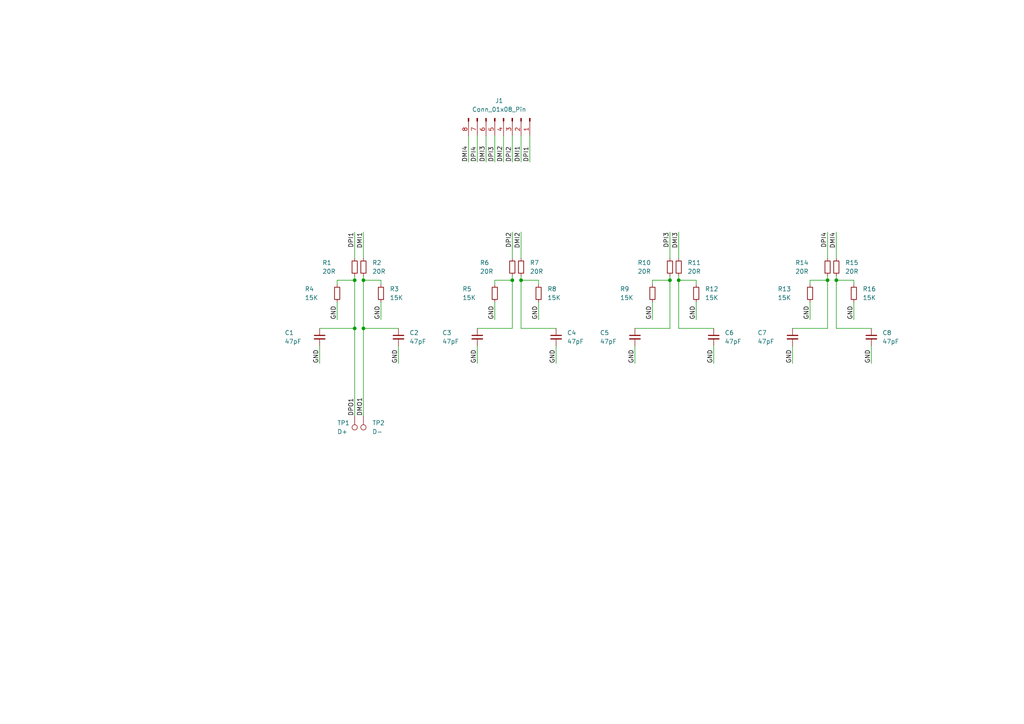
<source format=kicad_sch>
(kicad_sch
	(version 20240417)
	(generator "eeschema")
	(generator_version "8.99")
	(uuid "9d0eeb76-9705-44ec-b34e-ddbbde3a615e")
	(paper "A4")
	(lib_symbols
		(symbol "Connector:Conn_01x08_Pin"
			(pin_names
				(offset 1.016) hide)
			(exclude_from_sim no)
			(in_bom yes)
			(on_board yes)
			(property "Reference" "J"
				(at 0 10.16 0)
				(effects
					(font
						(size 1.27 1.27)
					)
				)
			)
			(property "Value" "Conn_01x08_Pin"
				(at 0 -12.7 0)
				(effects
					(font
						(size 1.27 1.27)
					)
				)
			)
			(property "Footprint" ""
				(at 0 0 0)
				(effects
					(font
						(size 1.27 1.27)
					)
					(hide yes)
				)
			)
			(property "Datasheet" "~"
				(at 0 0 0)
				(effects
					(font
						(size 1.27 1.27)
					)
					(hide yes)
				)
			)
			(property "Description" "Generic connector, single row, 01x08, script generated"
				(at 0 0 0)
				(effects
					(font
						(size 1.27 1.27)
					)
					(hide yes)
				)
			)
			(property "ki_locked" ""
				(at 0 0 0)
				(effects
					(font
						(size 1.27 1.27)
					)
				)
			)
			(property "ki_keywords" "connector"
				(at 0 0 0)
				(effects
					(font
						(size 1.27 1.27)
					)
					(hide yes)
				)
			)
			(property "ki_fp_filters" "Connector*:*_1x??_*"
				(at 0 0 0)
				(effects
					(font
						(size 1.27 1.27)
					)
					(hide yes)
				)
			)
			(symbol "Conn_01x08_Pin_1_1"
				(rectangle
					(start 0.8636 7.747)
					(end 0 7.493)
					(stroke
						(width 0.1524)
						(type default)
					)
					(fill
						(type outline)
					)
				)
				(rectangle
					(start 0.8636 5.207)
					(end 0 4.953)
					(stroke
						(width 0.1524)
						(type default)
					)
					(fill
						(type outline)
					)
				)
				(rectangle
					(start 0.8636 2.667)
					(end 0 2.413)
					(stroke
						(width 0.1524)
						(type default)
					)
					(fill
						(type outline)
					)
				)
				(rectangle
					(start 0.8636 0.127)
					(end 0 -0.127)
					(stroke
						(width 0.1524)
						(type default)
					)
					(fill
						(type outline)
					)
				)
				(rectangle
					(start 0.8636 -2.413)
					(end 0 -2.667)
					(stroke
						(width 0.1524)
						(type default)
					)
					(fill
						(type outline)
					)
				)
				(rectangle
					(start 0.8636 -4.953)
					(end 0 -5.207)
					(stroke
						(width 0.1524)
						(type default)
					)
					(fill
						(type outline)
					)
				)
				(rectangle
					(start 0.8636 -7.493)
					(end 0 -7.747)
					(stroke
						(width 0.1524)
						(type default)
					)
					(fill
						(type outline)
					)
				)
				(rectangle
					(start 0.8636 -10.033)
					(end 0 -10.287)
					(stroke
						(width 0.1524)
						(type default)
					)
					(fill
						(type outline)
					)
				)
				(polyline
					(pts
						(xy 1.27 7.62) (xy 0.8636 7.62)
					)
					(stroke
						(width 0.1524)
						(type default)
					)
					(fill
						(type none)
					)
				)
				(polyline
					(pts
						(xy 1.27 5.08) (xy 0.8636 5.08)
					)
					(stroke
						(width 0.1524)
						(type default)
					)
					(fill
						(type none)
					)
				)
				(polyline
					(pts
						(xy 1.27 2.54) (xy 0.8636 2.54)
					)
					(stroke
						(width 0.1524)
						(type default)
					)
					(fill
						(type none)
					)
				)
				(polyline
					(pts
						(xy 1.27 0) (xy 0.8636 0)
					)
					(stroke
						(width 0.1524)
						(type default)
					)
					(fill
						(type none)
					)
				)
				(polyline
					(pts
						(xy 1.27 -2.54) (xy 0.8636 -2.54)
					)
					(stroke
						(width 0.1524)
						(type default)
					)
					(fill
						(type none)
					)
				)
				(polyline
					(pts
						(xy 1.27 -5.08) (xy 0.8636 -5.08)
					)
					(stroke
						(width 0.1524)
						(type default)
					)
					(fill
						(type none)
					)
				)
				(polyline
					(pts
						(xy 1.27 -7.62) (xy 0.8636 -7.62)
					)
					(stroke
						(width 0.1524)
						(type default)
					)
					(fill
						(type none)
					)
				)
				(polyline
					(pts
						(xy 1.27 -10.16) (xy 0.8636 -10.16)
					)
					(stroke
						(width 0.1524)
						(type default)
					)
					(fill
						(type none)
					)
				)
				(pin passive line
					(at 5.08 7.62 180)
					(length 3.81)
					(name "Pin_1"
						(effects
							(font
								(size 1.27 1.27)
							)
						)
					)
					(number "1"
						(effects
							(font
								(size 1.27 1.27)
							)
						)
					)
				)
				(pin passive line
					(at 5.08 5.08 180)
					(length 3.81)
					(name "Pin_2"
						(effects
							(font
								(size 1.27 1.27)
							)
						)
					)
					(number "2"
						(effects
							(font
								(size 1.27 1.27)
							)
						)
					)
				)
				(pin passive line
					(at 5.08 2.54 180)
					(length 3.81)
					(name "Pin_3"
						(effects
							(font
								(size 1.27 1.27)
							)
						)
					)
					(number "3"
						(effects
							(font
								(size 1.27 1.27)
							)
						)
					)
				)
				(pin passive line
					(at 5.08 0 180)
					(length 3.81)
					(name "Pin_4"
						(effects
							(font
								(size 1.27 1.27)
							)
						)
					)
					(number "4"
						(effects
							(font
								(size 1.27 1.27)
							)
						)
					)
				)
				(pin passive line
					(at 5.08 -2.54 180)
					(length 3.81)
					(name "Pin_5"
						(effects
							(font
								(size 1.27 1.27)
							)
						)
					)
					(number "5"
						(effects
							(font
								(size 1.27 1.27)
							)
						)
					)
				)
				(pin passive line
					(at 5.08 -5.08 180)
					(length 3.81)
					(name "Pin_6"
						(effects
							(font
								(size 1.27 1.27)
							)
						)
					)
					(number "6"
						(effects
							(font
								(size 1.27 1.27)
							)
						)
					)
				)
				(pin passive line
					(at 5.08 -7.62 180)
					(length 3.81)
					(name "Pin_7"
						(effects
							(font
								(size 1.27 1.27)
							)
						)
					)
					(number "7"
						(effects
							(font
								(size 1.27 1.27)
							)
						)
					)
				)
				(pin passive line
					(at 5.08 -10.16 180)
					(length 3.81)
					(name "Pin_8"
						(effects
							(font
								(size 1.27 1.27)
							)
						)
					)
					(number "8"
						(effects
							(font
								(size 1.27 1.27)
							)
						)
					)
				)
			)
		)
		(symbol "Connector:TestPoint"
			(pin_numbers hide)
			(pin_names
				(offset 0.762) hide)
			(exclude_from_sim no)
			(in_bom yes)
			(on_board yes)
			(property "Reference" "TP"
				(at 0 6.858 0)
				(effects
					(font
						(size 1.27 1.27)
					)
				)
			)
			(property "Value" "TestPoint"
				(at 0 5.08 0)
				(effects
					(font
						(size 1.27 1.27)
					)
				)
			)
			(property "Footprint" ""
				(at 5.08 0 0)
				(effects
					(font
						(size 1.27 1.27)
					)
					(hide yes)
				)
			)
			(property "Datasheet" "~"
				(at 5.08 0 0)
				(effects
					(font
						(size 1.27 1.27)
					)
					(hide yes)
				)
			)
			(property "Description" "test point"
				(at 0 0 0)
				(effects
					(font
						(size 1.27 1.27)
					)
					(hide yes)
				)
			)
			(property "ki_keywords" "test point tp"
				(at 0 0 0)
				(effects
					(font
						(size 1.27 1.27)
					)
					(hide yes)
				)
			)
			(property "ki_fp_filters" "Pin* Test*"
				(at 0 0 0)
				(effects
					(font
						(size 1.27 1.27)
					)
					(hide yes)
				)
			)
			(symbol "TestPoint_0_1"
				(circle
					(center 0 3.302)
					(radius 0.762)
					(stroke
						(width 0)
						(type default)
					)
					(fill
						(type none)
					)
				)
			)
			(symbol "TestPoint_1_1"
				(pin passive line
					(at 0 0 90)
					(length 2.54)
					(name "1"
						(effects
							(font
								(size 1.27 1.27)
							)
						)
					)
					(number "1"
						(effects
							(font
								(size 1.27 1.27)
							)
						)
					)
				)
			)
		)
		(symbol "Device:C_Small"
			(pin_numbers hide)
			(pin_names
				(offset 0.254) hide)
			(exclude_from_sim no)
			(in_bom yes)
			(on_board yes)
			(property "Reference" "C"
				(at 0.254 1.778 0)
				(effects
					(font
						(size 1.27 1.27)
					)
					(justify left)
				)
			)
			(property "Value" "C_Small"
				(at 0.254 -2.032 0)
				(effects
					(font
						(size 1.27 1.27)
					)
					(justify left)
				)
			)
			(property "Footprint" ""
				(at 0 0 0)
				(effects
					(font
						(size 1.27 1.27)
					)
					(hide yes)
				)
			)
			(property "Datasheet" "~"
				(at 0 0 0)
				(effects
					(font
						(size 1.27 1.27)
					)
					(hide yes)
				)
			)
			(property "Description" "Unpolarized capacitor, small symbol"
				(at 0 0 0)
				(effects
					(font
						(size 1.27 1.27)
					)
					(hide yes)
				)
			)
			(property "ki_keywords" "capacitor cap"
				(at 0 0 0)
				(effects
					(font
						(size 1.27 1.27)
					)
					(hide yes)
				)
			)
			(property "ki_fp_filters" "C_*"
				(at 0 0 0)
				(effects
					(font
						(size 1.27 1.27)
					)
					(hide yes)
				)
			)
			(symbol "C_Small_0_1"
				(polyline
					(pts
						(xy -1.524 0.508) (xy 1.524 0.508)
					)
					(stroke
						(width 0.3048)
						(type default)
					)
					(fill
						(type none)
					)
				)
				(polyline
					(pts
						(xy -1.524 -0.508) (xy 1.524 -0.508)
					)
					(stroke
						(width 0.3302)
						(type default)
					)
					(fill
						(type none)
					)
				)
			)
			(symbol "C_Small_1_1"
				(pin passive line
					(at 0 2.54 270)
					(length 2.032)
					(name "~"
						(effects
							(font
								(size 1.27 1.27)
							)
						)
					)
					(number "1"
						(effects
							(font
								(size 1.27 1.27)
							)
						)
					)
				)
				(pin passive line
					(at 0 -2.54 90)
					(length 2.032)
					(name "~"
						(effects
							(font
								(size 1.27 1.27)
							)
						)
					)
					(number "2"
						(effects
							(font
								(size 1.27 1.27)
							)
						)
					)
				)
			)
		)
		(symbol "Device:R_Small"
			(pin_numbers hide)
			(pin_names
				(offset 0.254) hide)
			(exclude_from_sim no)
			(in_bom yes)
			(on_board yes)
			(property "Reference" "R"
				(at 0.762 0.508 0)
				(effects
					(font
						(size 1.27 1.27)
					)
					(justify left)
				)
			)
			(property "Value" "R_Small"
				(at 0.762 -1.016 0)
				(effects
					(font
						(size 1.27 1.27)
					)
					(justify left)
				)
			)
			(property "Footprint" ""
				(at 0 0 0)
				(effects
					(font
						(size 1.27 1.27)
					)
					(hide yes)
				)
			)
			(property "Datasheet" "~"
				(at 0 0 0)
				(effects
					(font
						(size 1.27 1.27)
					)
					(hide yes)
				)
			)
			(property "Description" "Resistor, small symbol"
				(at 0 0 0)
				(effects
					(font
						(size 1.27 1.27)
					)
					(hide yes)
				)
			)
			(property "ki_keywords" "R resistor"
				(at 0 0 0)
				(effects
					(font
						(size 1.27 1.27)
					)
					(hide yes)
				)
			)
			(property "ki_fp_filters" "R_*"
				(at 0 0 0)
				(effects
					(font
						(size 1.27 1.27)
					)
					(hide yes)
				)
			)
			(symbol "R_Small_0_1"
				(rectangle
					(start -0.762 1.778)
					(end 0.762 -1.778)
					(stroke
						(width 0.2032)
						(type default)
					)
					(fill
						(type none)
					)
				)
			)
			(symbol "R_Small_1_1"
				(pin passive line
					(at 0 2.54 270)
					(length 0.762)
					(name "~"
						(effects
							(font
								(size 1.27 1.27)
							)
						)
					)
					(number "1"
						(effects
							(font
								(size 1.27 1.27)
							)
						)
					)
				)
				(pin passive line
					(at 0 -2.54 90)
					(length 0.762)
					(name "~"
						(effects
							(font
								(size 1.27 1.27)
							)
						)
					)
					(number "2"
						(effects
							(font
								(size 1.27 1.27)
							)
						)
					)
				)
			)
		)
	)
	(junction
		(at 196.85 81.28)
		(diameter 0)
		(color 0 0 0 0)
		(uuid "5f26dfe6-90d7-4786-8498-557c0486d7d6")
	)
	(junction
		(at 194.31 81.28)
		(diameter 0)
		(color 0 0 0 0)
		(uuid "6a75116a-f646-4218-b307-4143ab84b9cd")
	)
	(junction
		(at 102.87 81.28)
		(diameter 0)
		(color 0 0 0 0)
		(uuid "73ab6046-26cc-45a5-a4a8-4751595e85f3")
	)
	(junction
		(at 240.03 81.28)
		(diameter 0)
		(color 0 0 0 0)
		(uuid "a065f91e-a4b0-4852-876f-0488bc2a07b4")
	)
	(junction
		(at 151.13 81.28)
		(diameter 0)
		(color 0 0 0 0)
		(uuid "a122d1f4-361d-4fee-bfa9-e129b80e2303")
	)
	(junction
		(at 105.41 95.25)
		(diameter 0)
		(color 0 0 0 0)
		(uuid "af38c6de-a9f9-4d4e-9f79-068ffee70b7a")
	)
	(junction
		(at 242.57 81.28)
		(diameter 0)
		(color 0 0 0 0)
		(uuid "b7af44c4-208d-4f26-925c-d27555f1210c")
	)
	(junction
		(at 102.87 95.25)
		(diameter 0)
		(color 0 0 0 0)
		(uuid "bc57369a-20a1-4db1-aac6-9c68d215ea66")
	)
	(junction
		(at 105.41 81.28)
		(diameter 0)
		(color 0 0 0 0)
		(uuid "d30ee1f9-b982-4da4-a8a7-11b800fe449a")
	)
	(junction
		(at 148.59 81.28)
		(diameter 0)
		(color 0 0 0 0)
		(uuid "dd341de1-06a2-48cb-9596-25b9bf785157")
	)
	(wire
		(pts
			(xy 242.57 67.31) (xy 242.57 74.93)
		)
		(stroke
			(width 0)
			(type default)
		)
		(uuid "013fb1af-c85d-4333-9529-445d32f907ba")
	)
	(wire
		(pts
			(xy 148.59 80.01) (xy 148.59 81.28)
		)
		(stroke
			(width 0)
			(type default)
		)
		(uuid "04dd8429-3de9-4c61-9888-ea9a8785f1e6")
	)
	(wire
		(pts
			(xy 115.57 95.25) (xy 105.41 95.25)
		)
		(stroke
			(width 0)
			(type default)
		)
		(uuid "0597b91c-4bc0-4f7e-85a7-b50184b4c4d6")
	)
	(wire
		(pts
			(xy 135.89 46.99) (xy 135.89 39.37)
		)
		(stroke
			(width 0)
			(type default)
		)
		(uuid "05f8cd04-d52c-4ff1-8a69-1c706d50087d")
	)
	(wire
		(pts
			(xy 242.57 81.28) (xy 242.57 95.25)
		)
		(stroke
			(width 0)
			(type default)
		)
		(uuid "062d85b7-9518-46b9-9a46-5eb2f2075c9b")
	)
	(wire
		(pts
			(xy 240.03 81.28) (xy 240.03 95.25)
		)
		(stroke
			(width 0)
			(type default)
		)
		(uuid "070d2d95-9b58-4dc3-aebd-b01585196d3c")
	)
	(wire
		(pts
			(xy 196.85 80.01) (xy 196.85 81.28)
		)
		(stroke
			(width 0)
			(type default)
		)
		(uuid "0e4374b6-ce4c-42a6-b201-9b52f2867e75")
	)
	(wire
		(pts
			(xy 196.85 81.28) (xy 196.85 95.25)
		)
		(stroke
			(width 0)
			(type default)
		)
		(uuid "1e06dde1-d885-4e6f-8630-5de231fcdb43")
	)
	(wire
		(pts
			(xy 229.87 95.25) (xy 240.03 95.25)
		)
		(stroke
			(width 0)
			(type default)
		)
		(uuid "1f71c436-947a-44d4-bbe1-dd21d318cdbd")
	)
	(wire
		(pts
			(xy 161.29 95.25) (xy 151.13 95.25)
		)
		(stroke
			(width 0)
			(type default)
		)
		(uuid "24d4bb91-9da1-4ed8-9d39-58fa794f7542")
	)
	(wire
		(pts
			(xy 207.01 95.25) (xy 196.85 95.25)
		)
		(stroke
			(width 0)
			(type default)
		)
		(uuid "2732b3e5-a24b-4f64-895f-da794e81ba44")
	)
	(wire
		(pts
			(xy 143.51 46.99) (xy 143.51 39.37)
		)
		(stroke
			(width 0)
			(type default)
		)
		(uuid "3179a68e-abe7-4351-bb57-af883708eafa")
	)
	(wire
		(pts
			(xy 184.15 95.25) (xy 194.31 95.25)
		)
		(stroke
			(width 0)
			(type default)
		)
		(uuid "35cc5148-9f54-4ac2-bebf-412ee29ecc61")
	)
	(wire
		(pts
			(xy 156.21 81.28) (xy 151.13 81.28)
		)
		(stroke
			(width 0)
			(type default)
		)
		(uuid "3adf52d7-9e44-41ba-9881-b796c9b98acd")
	)
	(wire
		(pts
			(xy 92.71 95.25) (xy 102.87 95.25)
		)
		(stroke
			(width 0)
			(type default)
		)
		(uuid "4342222e-9193-41c0-8dd9-bbface698469")
	)
	(wire
		(pts
			(xy 110.49 81.28) (xy 105.41 81.28)
		)
		(stroke
			(width 0)
			(type default)
		)
		(uuid "474463d0-b196-4fb3-b0ee-d2fe6d76d3a1")
	)
	(wire
		(pts
			(xy 184.15 100.33) (xy 184.15 105.41)
		)
		(stroke
			(width 0)
			(type default)
		)
		(uuid "48158ff0-ff78-4970-b9c7-b6c7b432f0a7")
	)
	(wire
		(pts
			(xy 143.51 87.63) (xy 143.51 92.71)
		)
		(stroke
			(width 0)
			(type default)
		)
		(uuid "48956745-d4a0-47e5-a144-e557f8e37d2b")
	)
	(wire
		(pts
			(xy 189.23 82.55) (xy 189.23 81.28)
		)
		(stroke
			(width 0)
			(type default)
		)
		(uuid "4ae91219-6fa7-4967-b093-9fbd11ada953")
	)
	(wire
		(pts
			(xy 102.87 95.25) (xy 102.87 120.65)
		)
		(stroke
			(width 0)
			(type default)
		)
		(uuid "4b38c4b6-25dd-47b2-a0ba-b4d929ce34e3")
	)
	(wire
		(pts
			(xy 201.93 81.28) (xy 196.85 81.28)
		)
		(stroke
			(width 0)
			(type default)
		)
		(uuid "4b7561ec-b782-457f-a5ce-a92d908bf45d")
	)
	(wire
		(pts
			(xy 234.95 82.55) (xy 234.95 81.28)
		)
		(stroke
			(width 0)
			(type default)
		)
		(uuid "5235ccca-e8cc-46f5-886c-2e1f7fa237dd")
	)
	(wire
		(pts
			(xy 247.65 87.63) (xy 247.65 92.71)
		)
		(stroke
			(width 0)
			(type default)
		)
		(uuid "583b07c2-b018-42ad-9ab0-3778b7684e92")
	)
	(wire
		(pts
			(xy 97.79 82.55) (xy 97.79 81.28)
		)
		(stroke
			(width 0)
			(type default)
		)
		(uuid "5aa6d265-9183-42d0-8694-2e75116c5d2b")
	)
	(wire
		(pts
			(xy 151.13 80.01) (xy 151.13 81.28)
		)
		(stroke
			(width 0)
			(type default)
		)
		(uuid "600fb6c9-feb4-4827-812f-09dd96475092")
	)
	(wire
		(pts
			(xy 97.79 87.63) (xy 97.79 92.71)
		)
		(stroke
			(width 0)
			(type default)
		)
		(uuid "66c03f5d-99a4-4b1d-9e5e-6fe77ffc1745")
	)
	(wire
		(pts
			(xy 102.87 67.31) (xy 102.87 74.93)
		)
		(stroke
			(width 0)
			(type default)
		)
		(uuid "68beff33-e607-4136-95e2-4b61228f9a52")
	)
	(wire
		(pts
			(xy 97.79 81.28) (xy 102.87 81.28)
		)
		(stroke
			(width 0)
			(type default)
		)
		(uuid "69a8601d-0bab-44e9-a5e3-b383eab596ba")
	)
	(wire
		(pts
			(xy 105.41 95.25) (xy 105.41 120.65)
		)
		(stroke
			(width 0)
			(type default)
		)
		(uuid "6a68d43f-4bae-4bd9-bfe3-26a7f3c9c2f0")
	)
	(wire
		(pts
			(xy 207.01 100.33) (xy 207.01 105.41)
		)
		(stroke
			(width 0)
			(type default)
		)
		(uuid "6f8e32cb-a77a-44e0-9691-3196d7003528")
	)
	(wire
		(pts
			(xy 151.13 46.99) (xy 151.13 39.37)
		)
		(stroke
			(width 0)
			(type default)
		)
		(uuid "725f67d8-e0c6-4f05-82c7-0b662b13ac16")
	)
	(wire
		(pts
			(xy 110.49 82.55) (xy 110.49 81.28)
		)
		(stroke
			(width 0)
			(type default)
		)
		(uuid "766fdf4b-64a1-4848-a97c-8622ed1fda7b")
	)
	(wire
		(pts
			(xy 153.67 46.99) (xy 153.67 39.37)
		)
		(stroke
			(width 0)
			(type default)
		)
		(uuid "7b5e1811-6eb0-4a28-b230-1fa5c772d14d")
	)
	(wire
		(pts
			(xy 247.65 82.55) (xy 247.65 81.28)
		)
		(stroke
			(width 0)
			(type default)
		)
		(uuid "83cb0925-5aea-4d76-8f68-e7d083a7228a")
	)
	(wire
		(pts
			(xy 105.41 81.28) (xy 105.41 95.25)
		)
		(stroke
			(width 0)
			(type default)
		)
		(uuid "8898e590-1142-40c0-b0e8-f039c1579510")
	)
	(wire
		(pts
			(xy 240.03 80.01) (xy 240.03 81.28)
		)
		(stroke
			(width 0)
			(type default)
		)
		(uuid "8fc42483-7c7e-4029-98ca-daa8dd6f4606")
	)
	(wire
		(pts
			(xy 92.71 100.33) (xy 92.71 105.41)
		)
		(stroke
			(width 0)
			(type default)
		)
		(uuid "9002519b-c276-4ff8-88c6-44a733c18482")
	)
	(wire
		(pts
			(xy 194.31 67.31) (xy 194.31 74.93)
		)
		(stroke
			(width 0)
			(type default)
		)
		(uuid "951584aa-17bf-497a-8a88-12aee5285070")
	)
	(wire
		(pts
			(xy 148.59 81.28) (xy 148.59 95.25)
		)
		(stroke
			(width 0)
			(type default)
		)
		(uuid "95d02c8b-9e29-4e41-8cb4-e89ccb66c927")
	)
	(wire
		(pts
			(xy 161.29 100.33) (xy 161.29 105.41)
		)
		(stroke
			(width 0)
			(type default)
		)
		(uuid "964f3ae5-9352-48eb-9dd3-c3277e6eb6d1")
	)
	(wire
		(pts
			(xy 234.95 81.28) (xy 240.03 81.28)
		)
		(stroke
			(width 0)
			(type default)
		)
		(uuid "97651135-a2ea-4cb5-b753-8e962c59b7e4")
	)
	(wire
		(pts
			(xy 138.43 46.99) (xy 138.43 39.37)
		)
		(stroke
			(width 0)
			(type default)
		)
		(uuid "9c0e7022-61ba-44b9-9b14-865d82cefd76")
	)
	(wire
		(pts
			(xy 138.43 95.25) (xy 148.59 95.25)
		)
		(stroke
			(width 0)
			(type default)
		)
		(uuid "9d05393a-a2ac-4f09-8348-a4e49523afb0")
	)
	(wire
		(pts
			(xy 189.23 87.63) (xy 189.23 92.71)
		)
		(stroke
			(width 0)
			(type default)
		)
		(uuid "9e739f19-20c3-49fa-9c28-5c142f4e715c")
	)
	(wire
		(pts
			(xy 105.41 67.31) (xy 105.41 74.93)
		)
		(stroke
			(width 0)
			(type default)
		)
		(uuid "a651976e-02c4-4364-a3dd-1a53541aaf7e")
	)
	(wire
		(pts
			(xy 151.13 81.28) (xy 151.13 95.25)
		)
		(stroke
			(width 0)
			(type default)
		)
		(uuid "a93989d0-45cd-4343-ae21-a7fdc3cdf264")
	)
	(wire
		(pts
			(xy 201.93 82.55) (xy 201.93 81.28)
		)
		(stroke
			(width 0)
			(type default)
		)
		(uuid "ac0dd3bc-cb13-4902-ac95-381a9939f0e7")
	)
	(wire
		(pts
			(xy 146.05 46.99) (xy 146.05 39.37)
		)
		(stroke
			(width 0)
			(type default)
		)
		(uuid "aed6731f-2d97-4e0a-b426-b4a7fdfa6974")
	)
	(wire
		(pts
			(xy 252.73 100.33) (xy 252.73 105.41)
		)
		(stroke
			(width 0)
			(type default)
		)
		(uuid "b5a4ddf4-6f48-4f12-911b-88d74ed3555a")
	)
	(wire
		(pts
			(xy 194.31 81.28) (xy 194.31 95.25)
		)
		(stroke
			(width 0)
			(type default)
		)
		(uuid "b5e7d180-f822-47b4-9c96-e31f31ce0e63")
	)
	(wire
		(pts
			(xy 102.87 80.01) (xy 102.87 81.28)
		)
		(stroke
			(width 0)
			(type default)
		)
		(uuid "ba3df521-4de3-4a27-84be-9ee1404094e5")
	)
	(wire
		(pts
			(xy 140.97 46.99) (xy 140.97 39.37)
		)
		(stroke
			(width 0)
			(type default)
		)
		(uuid "babe0dff-0f71-4945-a5ce-6fdb73e6908c")
	)
	(wire
		(pts
			(xy 189.23 81.28) (xy 194.31 81.28)
		)
		(stroke
			(width 0)
			(type default)
		)
		(uuid "bd3f1b11-2807-49ab-9194-0aad670c08f7")
	)
	(wire
		(pts
			(xy 229.87 100.33) (xy 229.87 105.41)
		)
		(stroke
			(width 0)
			(type default)
		)
		(uuid "c04b309f-ca5d-42ed-afe0-a1b42f344759")
	)
	(wire
		(pts
			(xy 156.21 82.55) (xy 156.21 81.28)
		)
		(stroke
			(width 0)
			(type default)
		)
		(uuid "c1712108-3789-4272-bb38-f34b90706e6e")
	)
	(wire
		(pts
			(xy 105.41 80.01) (xy 105.41 81.28)
		)
		(stroke
			(width 0)
			(type default)
		)
		(uuid "c2d4a99c-f9f5-4820-9b5b-106423dfeae9")
	)
	(wire
		(pts
			(xy 148.59 67.31) (xy 148.59 74.93)
		)
		(stroke
			(width 0)
			(type default)
		)
		(uuid "c61199c7-e009-4fdd-bdf9-abc34f21d452")
	)
	(wire
		(pts
			(xy 194.31 80.01) (xy 194.31 81.28)
		)
		(stroke
			(width 0)
			(type default)
		)
		(uuid "c7a01b0e-2ac9-48a1-bc36-5456ecf048f5")
	)
	(wire
		(pts
			(xy 201.93 87.63) (xy 201.93 92.71)
		)
		(stroke
			(width 0)
			(type default)
		)
		(uuid "ca8ceebd-d72a-466a-9904-b325ab48a3b1")
	)
	(wire
		(pts
			(xy 143.51 81.28) (xy 148.59 81.28)
		)
		(stroke
			(width 0)
			(type default)
		)
		(uuid "ca97b4f0-f5aa-4cd6-89d5-cf157925f5f2")
	)
	(wire
		(pts
			(xy 143.51 82.55) (xy 143.51 81.28)
		)
		(stroke
			(width 0)
			(type default)
		)
		(uuid "ce887f47-f1be-4c38-b099-d2a1d9f80edc")
	)
	(wire
		(pts
			(xy 102.87 81.28) (xy 102.87 95.25)
		)
		(stroke
			(width 0)
			(type default)
		)
		(uuid "d1c7cee0-13c4-493a-b90b-074f58dc99a1")
	)
	(wire
		(pts
			(xy 156.21 87.63) (xy 156.21 92.71)
		)
		(stroke
			(width 0)
			(type default)
		)
		(uuid "d470cc6a-19e2-4051-837c-0455a4159cf7")
	)
	(wire
		(pts
			(xy 196.85 67.31) (xy 196.85 74.93)
		)
		(stroke
			(width 0)
			(type default)
		)
		(uuid "d47b2d5d-a781-42c0-945c-5d9cc0afcb77")
	)
	(wire
		(pts
			(xy 252.73 95.25) (xy 242.57 95.25)
		)
		(stroke
			(width 0)
			(type default)
		)
		(uuid "d6768115-645a-4415-86da-3fd5ead1a450")
	)
	(wire
		(pts
			(xy 234.95 87.63) (xy 234.95 92.71)
		)
		(stroke
			(width 0)
			(type default)
		)
		(uuid "debca466-b607-4e8e-8dbf-8dee5f1007cb")
	)
	(wire
		(pts
			(xy 151.13 67.31) (xy 151.13 74.93)
		)
		(stroke
			(width 0)
			(type default)
		)
		(uuid "e7df3013-d63c-4084-b979-b11a1246e7a2")
	)
	(wire
		(pts
			(xy 115.57 100.33) (xy 115.57 105.41)
		)
		(stroke
			(width 0)
			(type default)
		)
		(uuid "e84ba068-9347-4dd7-b031-7e432d8290f3")
	)
	(wire
		(pts
			(xy 138.43 100.33) (xy 138.43 105.41)
		)
		(stroke
			(width 0)
			(type default)
		)
		(uuid "ee4ecf2d-ace7-42ae-9b69-e60c03af4847")
	)
	(wire
		(pts
			(xy 240.03 67.31) (xy 240.03 74.93)
		)
		(stroke
			(width 0)
			(type default)
		)
		(uuid "f14201a2-5f75-441c-b03a-567e605dd050")
	)
	(wire
		(pts
			(xy 148.59 46.99) (xy 148.59 39.37)
		)
		(stroke
			(width 0)
			(type default)
		)
		(uuid "f434cd1f-831d-47da-8d67-e8181fab005c")
	)
	(wire
		(pts
			(xy 247.65 81.28) (xy 242.57 81.28)
		)
		(stroke
			(width 0)
			(type default)
		)
		(uuid "f9a3ec50-08da-4993-ab19-1b29daffdb51")
	)
	(wire
		(pts
			(xy 110.49 87.63) (xy 110.49 92.71)
		)
		(stroke
			(width 0)
			(type default)
		)
		(uuid "f9e2fe27-2aad-4e82-a291-298039007b62")
	)
	(wire
		(pts
			(xy 242.57 80.01) (xy 242.57 81.28)
		)
		(stroke
			(width 0)
			(type default)
		)
		(uuid "fcbede69-9dcd-4db2-b1d9-56c21806ea9d")
	)
	(label "GND"
		(at 156.21 92.71 90)
		(fields_autoplaced yes)
		(effects
			(font
				(size 1.27 1.27)
			)
			(justify left bottom)
		)
		(uuid "0e840aae-c38c-4e61-a67f-8da06766bdc4")
	)
	(label "GND"
		(at 138.43 105.41 90)
		(fields_autoplaced yes)
		(effects
			(font
				(size 1.27 1.27)
			)
			(justify left bottom)
		)
		(uuid "13b5c463-4b29-435c-b02a-fd93f57827aa")
	)
	(label "GND"
		(at 110.49 92.71 90)
		(fields_autoplaced yes)
		(effects
			(font
				(size 1.27 1.27)
			)
			(justify left bottom)
		)
		(uuid "1dfa37d9-723c-41d2-9e2a-c20a8eda1bda")
	)
	(label "GND"
		(at 229.87 105.41 90)
		(fields_autoplaced yes)
		(effects
			(font
				(size 1.27 1.27)
			)
			(justify left bottom)
		)
		(uuid "26338a16-4ad4-4ae6-b173-a5761e0fca76")
	)
	(label "GND"
		(at 184.15 105.41 90)
		(fields_autoplaced yes)
		(effects
			(font
				(size 1.27 1.27)
			)
			(justify left bottom)
		)
		(uuid "27f12b5a-2b1c-4444-8c65-3ffda2c3c1f3")
	)
	(label "DPI4"
		(at 240.03 67.31 270)
		(fields_autoplaced yes)
		(effects
			(font
				(size 1.27 1.27)
			)
			(justify right bottom)
		)
		(uuid "2d103c8b-cedf-4603-b97b-226828c0bb20")
	)
	(label "DPI3"
		(at 194.31 67.31 270)
		(fields_autoplaced yes)
		(effects
			(font
				(size 1.27 1.27)
			)
			(justify right bottom)
		)
		(uuid "2e398f3b-3947-4552-8959-c37f32842d1b")
	)
	(label "GND"
		(at 161.29 105.41 90)
		(fields_autoplaced yes)
		(effects
			(font
				(size 1.27 1.27)
			)
			(justify left bottom)
		)
		(uuid "3b9ab3e9-460d-4e95-90ac-084466afcd49")
	)
	(label "DMI3"
		(at 140.97 46.99 90)
		(fields_autoplaced yes)
		(effects
			(font
				(size 1.27 1.27)
			)
			(justify left bottom)
		)
		(uuid "42e1c2b6-182b-4910-84e9-08331862ac2b")
	)
	(label "DMI4"
		(at 135.89 46.99 90)
		(fields_autoplaced yes)
		(effects
			(font
				(size 1.27 1.27)
			)
			(justify left bottom)
		)
		(uuid "585d9ed2-3e7e-4500-9914-6dea9b627d2f")
	)
	(label "DMI2"
		(at 151.13 67.31 270)
		(fields_autoplaced yes)
		(effects
			(font
				(size 1.27 1.27)
			)
			(justify right bottom)
		)
		(uuid "591a574b-f458-4d80-920f-da2624e9d090")
	)
	(label "DPI2"
		(at 148.59 46.99 90)
		(fields_autoplaced yes)
		(effects
			(font
				(size 1.27 1.27)
			)
			(justify left bottom)
		)
		(uuid "63adf884-46b7-4f09-ae18-cdf34a000e7a")
	)
	(label "GND"
		(at 252.73 105.41 90)
		(fields_autoplaced yes)
		(effects
			(font
				(size 1.27 1.27)
			)
			(justify left bottom)
		)
		(uuid "6bdcdf1d-e253-4316-aa02-2c669931be73")
	)
	(label "GND"
		(at 97.79 92.71 90)
		(fields_autoplaced yes)
		(effects
			(font
				(size 1.27 1.27)
			)
			(justify left bottom)
		)
		(uuid "6da977d5-5ff8-45d1-a055-2faa2028b80f")
	)
	(label "DPI1"
		(at 102.87 67.31 270)
		(fields_autoplaced yes)
		(effects
			(font
				(size 1.27 1.27)
			)
			(justify right bottom)
		)
		(uuid "6e4ae600-678e-47f4-b986-8bbc674166ff")
	)
	(label "GND"
		(at 201.93 92.71 90)
		(fields_autoplaced yes)
		(effects
			(font
				(size 1.27 1.27)
			)
			(justify left bottom)
		)
		(uuid "71f7bc77-1319-4149-aa1e-c75e944887c9")
	)
	(label "DMO1"
		(at 105.41 120.65 90)
		(fields_autoplaced yes)
		(effects
			(font
				(size 1.27 1.27)
			)
			(justify left bottom)
		)
		(uuid "7c1744eb-ee8f-48a6-8a5e-a9719ba6e2b9")
	)
	(label "DMI2"
		(at 146.05 46.99 90)
		(fields_autoplaced yes)
		(effects
			(font
				(size 1.27 1.27)
			)
			(justify left bottom)
		)
		(uuid "8301e970-b393-4de6-8bc4-ebb93d4f2bc5")
	)
	(label "DMI1"
		(at 151.13 46.99 90)
		(fields_autoplaced yes)
		(effects
			(font
				(size 1.27 1.27)
			)
			(justify left bottom)
		)
		(uuid "85d94076-dbea-4f2a-9747-412bf2fcc208")
	)
	(label "DPI3"
		(at 143.51 46.99 90)
		(fields_autoplaced yes)
		(effects
			(font
				(size 1.27 1.27)
			)
			(justify left bottom)
		)
		(uuid "8ec78f57-e785-400b-a8e9-7bc1f2b334df")
	)
	(label "DMI4"
		(at 242.57 67.31 270)
		(fields_autoplaced yes)
		(effects
			(font
				(size 1.27 1.27)
			)
			(justify right bottom)
		)
		(uuid "9a5d07fd-c0c0-44b6-a426-d2262a900051")
	)
	(label "GND"
		(at 207.01 105.41 90)
		(fields_autoplaced yes)
		(effects
			(font
				(size 1.27 1.27)
			)
			(justify left bottom)
		)
		(uuid "a3c72af9-7129-4692-aa6d-3e98309d1eca")
	)
	(label "GND"
		(at 143.51 92.71 90)
		(fields_autoplaced yes)
		(effects
			(font
				(size 1.27 1.27)
			)
			(justify left bottom)
		)
		(uuid "a78d9607-b5ac-4584-96d8-c72644581c68")
	)
	(label "DPI4"
		(at 138.43 46.99 90)
		(fields_autoplaced yes)
		(effects
			(font
				(size 1.27 1.27)
			)
			(justify left bottom)
		)
		(uuid "bf6b47fd-84ff-4a98-8875-298ab9306a86")
	)
	(label "DMI3"
		(at 196.85 67.31 270)
		(fields_autoplaced yes)
		(effects
			(font
				(size 1.27 1.27)
			)
			(justify right bottom)
		)
		(uuid "c45ca065-c081-4b5e-9985-ec4c11de16e5")
	)
	(label "DPI2"
		(at 148.59 67.31 270)
		(fields_autoplaced yes)
		(effects
			(font
				(size 1.27 1.27)
			)
			(justify right bottom)
		)
		(uuid "d80a94e3-45e2-4b1d-80b1-e328e2d5ef33")
	)
	(label "GND"
		(at 234.95 92.71 90)
		(fields_autoplaced yes)
		(effects
			(font
				(size 1.27 1.27)
			)
			(justify left bottom)
		)
		(uuid "d98321a2-19bb-4252-b793-fe2ddd58a774")
	)
	(label "GND"
		(at 189.23 92.71 90)
		(fields_autoplaced yes)
		(effects
			(font
				(size 1.27 1.27)
			)
			(justify left bottom)
		)
		(uuid "dbfa5f2a-2792-45cc-9f16-84344a8ddc24")
	)
	(label "GND"
		(at 115.57 105.41 90)
		(fields_autoplaced yes)
		(effects
			(font
				(size 1.27 1.27)
			)
			(justify left bottom)
		)
		(uuid "e0e16737-b04f-4651-8802-b22322213d34")
	)
	(label "DPI1"
		(at 153.67 46.99 90)
		(fields_autoplaced yes)
		(effects
			(font
				(size 1.27 1.27)
			)
			(justify left bottom)
		)
		(uuid "e7872035-95c2-4da0-827e-9a8dfaad599e")
	)
	(label "DPO1"
		(at 102.87 120.65 90)
		(fields_autoplaced yes)
		(effects
			(font
				(size 1.27 1.27)
			)
			(justify left bottom)
		)
		(uuid "e820daf4-eac9-49a3-a298-e0885d1cb356")
	)
	(label "GND"
		(at 92.71 105.41 90)
		(fields_autoplaced yes)
		(effects
			(font
				(size 1.27 1.27)
			)
			(justify left bottom)
		)
		(uuid "eae6bc83-ffef-4c9a-a9be-0a2011f3e6db")
	)
	(label "DMI1"
		(at 105.41 67.31 270)
		(fields_autoplaced yes)
		(effects
			(font
				(size 1.27 1.27)
			)
			(justify right bottom)
		)
		(uuid "f214957b-9cec-454d-ab3d-e525937f8dd7")
	)
	(label "GND"
		(at 247.65 92.71 90)
		(fields_autoplaced yes)
		(effects
			(font
				(size 1.27 1.27)
			)
			(justify left bottom)
		)
		(uuid "fc7387bc-5789-402d-90d1-49a83481f45a")
	)
	(symbol
		(lib_id "Connector:TestPoint")
		(at 105.41 120.65 180)
		(unit 1)
		(exclude_from_sim no)
		(in_bom yes)
		(on_board yes)
		(dnp no)
		(fields_autoplaced yes)
		(uuid "040779e9-8562-41a4-9b76-40c18153d9bb")
		(property "Reference" "TP2"
			(at 107.95 122.6819 0)
			(effects
				(font
					(size 1.27 1.27)
				)
				(justify right)
			)
		)
		(property "Value" "D-"
			(at 107.95 125.2219 0)
			(effects
				(font
					(size 1.27 1.27)
				)
				(justify right)
			)
		)
		(property "Footprint" "TestPoint:TestPoint_Pad_D1.0mm"
			(at 100.33 120.65 0)
			(effects
				(font
					(size 1.27 1.27)
				)
				(hide yes)
			)
		)
		(property "Datasheet" "~"
			(at 100.33 120.65 0)
			(effects
				(font
					(size 1.27 1.27)
				)
				(hide yes)
			)
		)
		(property "Description" "test point"
			(at 105.41 120.65 0)
			(effects
				(font
					(size 1.27 1.27)
				)
				(hide yes)
			)
		)
		(pin "1"
			(uuid "39c7ed80-1572-4ff2-b05a-43b91604043c")
		)
		(instances
			(project "USB-Termination"
				(path "/9d0eeb76-9705-44ec-b34e-ddbbde3a615e"
					(reference "TP2")
					(unit 1)
				)
			)
		)
	)
	(symbol
		(lib_id "Device:R_Small")
		(at 156.21 85.09 0)
		(unit 1)
		(exclude_from_sim no)
		(in_bom yes)
		(on_board yes)
		(dnp no)
		(fields_autoplaced yes)
		(uuid "058a6439-4516-48c1-b115-69688f5cd388")
		(property "Reference" "R8"
			(at 158.75 83.8199 0)
			(effects
				(font
					(size 1.27 1.27)
				)
				(justify left)
			)
		)
		(property "Value" "15K"
			(at 158.75 86.3599 0)
			(effects
				(font
					(size 1.27 1.27)
				)
				(justify left)
			)
		)
		(property "Footprint" "Resistor_SMD:R_0201_0603Metric"
			(at 156.21 85.09 0)
			(effects
				(font
					(size 1.27 1.27)
				)
				(hide yes)
			)
		)
		(property "Datasheet" "~"
			(at 156.21 85.09 0)
			(effects
				(font
					(size 1.27 1.27)
				)
				(hide yes)
			)
		)
		(property "Description" "Resistor, small symbol"
			(at 156.21 85.09 0)
			(effects
				(font
					(size 1.27 1.27)
				)
				(hide yes)
			)
		)
		(pin "2"
			(uuid "6cc6d5bf-dd2b-43da-9653-b7ac1d95eac0")
		)
		(pin "1"
			(uuid "29991424-2a92-4d7c-a3f7-6d025662f52e")
		)
		(instances
			(project "USB-Termination"
				(path "/9d0eeb76-9705-44ec-b34e-ddbbde3a615e"
					(reference "R8")
					(unit 1)
				)
			)
		)
	)
	(symbol
		(lib_id "Device:C_Small")
		(at 138.43 97.79 0)
		(unit 1)
		(exclude_from_sim no)
		(in_bom yes)
		(on_board yes)
		(dnp no)
		(uuid "2abdb952-1853-47ba-9fbb-c7859c60da94")
		(property "Reference" "C3"
			(at 128.27 96.52 0)
			(effects
				(font
					(size 1.27 1.27)
				)
				(justify left)
			)
		)
		(property "Value" "47pF"
			(at 128.27 99.06 0)
			(effects
				(font
					(size 1.27 1.27)
				)
				(justify left)
			)
		)
		(property "Footprint" "Capacitor_SMD:C_0201_0603Metric"
			(at 138.43 97.79 0)
			(effects
				(font
					(size 1.27 1.27)
				)
				(hide yes)
			)
		)
		(property "Datasheet" "~"
			(at 138.43 97.79 0)
			(effects
				(font
					(size 1.27 1.27)
				)
				(hide yes)
			)
		)
		(property "Description" "Unpolarized capacitor, small symbol"
			(at 138.43 97.79 0)
			(effects
				(font
					(size 1.27 1.27)
				)
				(hide yes)
			)
		)
		(pin "1"
			(uuid "b9406373-ac74-4675-bfc1-7d3e99073098")
		)
		(pin "2"
			(uuid "a3939016-b381-49b9-8b1c-266fb89daebb")
		)
		(instances
			(project "USB-Termination"
				(path "/9d0eeb76-9705-44ec-b34e-ddbbde3a615e"
					(reference "C3")
					(unit 1)
				)
			)
		)
	)
	(symbol
		(lib_id "Device:C_Small")
		(at 115.57 97.79 0)
		(unit 1)
		(exclude_from_sim no)
		(in_bom yes)
		(on_board yes)
		(dnp no)
		(fields_autoplaced yes)
		(uuid "40cc82ec-a83b-430d-8cf5-ffd3c4df97ca")
		(property "Reference" "C2"
			(at 118.745 96.5262 0)
			(effects
				(font
					(size 1.27 1.27)
				)
				(justify left)
			)
		)
		(property "Value" "47pF"
			(at 118.745 99.0662 0)
			(effects
				(font
					(size 1.27 1.27)
				)
				(justify left)
			)
		)
		(property "Footprint" "Capacitor_SMD:C_0201_0603Metric"
			(at 115.57 97.79 0)
			(effects
				(font
					(size 1.27 1.27)
				)
				(hide yes)
			)
		)
		(property "Datasheet" "~"
			(at 115.57 97.79 0)
			(effects
				(font
					(size 1.27 1.27)
				)
				(hide yes)
			)
		)
		(property "Description" "Unpolarized capacitor, small symbol"
			(at 115.57 97.79 0)
			(effects
				(font
					(size 1.27 1.27)
				)
				(hide yes)
			)
		)
		(pin "1"
			(uuid "24c6c13c-e11e-4e8a-a481-ce73a7bd17e2")
		)
		(pin "2"
			(uuid "7f950bbc-6a62-4670-bfbe-026f8069322b")
		)
		(instances
			(project "USB-Termination"
				(path "/9d0eeb76-9705-44ec-b34e-ddbbde3a615e"
					(reference "C2")
					(unit 1)
				)
			)
		)
	)
	(symbol
		(lib_id "Device:C_Small")
		(at 161.29 97.79 0)
		(unit 1)
		(exclude_from_sim no)
		(in_bom yes)
		(on_board yes)
		(dnp no)
		(fields_autoplaced yes)
		(uuid "45e3569a-72c5-4cd7-b20f-498fb82ad3b4")
		(property "Reference" "C4"
			(at 164.465 96.5262 0)
			(effects
				(font
					(size 1.27 1.27)
				)
				(justify left)
			)
		)
		(property "Value" "47pF"
			(at 164.465 99.0662 0)
			(effects
				(font
					(size 1.27 1.27)
				)
				(justify left)
			)
		)
		(property "Footprint" "Capacitor_SMD:C_0201_0603Metric"
			(at 161.29 97.79 0)
			(effects
				(font
					(size 1.27 1.27)
				)
				(hide yes)
			)
		)
		(property "Datasheet" "~"
			(at 161.29 97.79 0)
			(effects
				(font
					(size 1.27 1.27)
				)
				(hide yes)
			)
		)
		(property "Description" "Unpolarized capacitor, small symbol"
			(at 161.29 97.79 0)
			(effects
				(font
					(size 1.27 1.27)
				)
				(hide yes)
			)
		)
		(pin "1"
			(uuid "533c4a40-2b86-489d-a703-95cea85d89f7")
		)
		(pin "2"
			(uuid "7567e828-b5d3-4c14-a25c-1c61f0f3289c")
		)
		(instances
			(project "USB-Termination"
				(path "/9d0eeb76-9705-44ec-b34e-ddbbde3a615e"
					(reference "C4")
					(unit 1)
				)
			)
		)
	)
	(symbol
		(lib_id "Device:R_Small")
		(at 242.57 77.47 0)
		(unit 1)
		(exclude_from_sim no)
		(in_bom yes)
		(on_board yes)
		(dnp no)
		(fields_autoplaced yes)
		(uuid "48a53ac7-c08b-4d1d-bc96-610a9e178f17")
		(property "Reference" "R15"
			(at 245.11 76.1999 0)
			(effects
				(font
					(size 1.27 1.27)
				)
				(justify left)
			)
		)
		(property "Value" "20R"
			(at 245.11 78.7399 0)
			(effects
				(font
					(size 1.27 1.27)
				)
				(justify left)
			)
		)
		(property "Footprint" "Resistor_SMD:R_0201_0603Metric"
			(at 242.57 77.47 0)
			(effects
				(font
					(size 1.27 1.27)
				)
				(hide yes)
			)
		)
		(property "Datasheet" "~"
			(at 242.57 77.47 0)
			(effects
				(font
					(size 1.27 1.27)
				)
				(hide yes)
			)
		)
		(property "Description" "Resistor, small symbol"
			(at 242.57 77.47 0)
			(effects
				(font
					(size 1.27 1.27)
				)
				(hide yes)
			)
		)
		(pin "2"
			(uuid "f0abe7a0-e5b6-4512-a8ba-ccc3193ec717")
		)
		(pin "1"
			(uuid "07f7f593-9486-4de8-9fe0-84bffb85776d")
		)
		(instances
			(project "USB-Termination"
				(path "/9d0eeb76-9705-44ec-b34e-ddbbde3a615e"
					(reference "R15")
					(unit 1)
				)
			)
		)
	)
	(symbol
		(lib_id "Device:R_Small")
		(at 196.85 77.47 0)
		(unit 1)
		(exclude_from_sim no)
		(in_bom yes)
		(on_board yes)
		(dnp no)
		(fields_autoplaced yes)
		(uuid "4ead1f6c-c688-4d46-8910-84ce69c8595a")
		(property "Reference" "R11"
			(at 199.39 76.1999 0)
			(effects
				(font
					(size 1.27 1.27)
				)
				(justify left)
			)
		)
		(property "Value" "20R"
			(at 199.39 78.7399 0)
			(effects
				(font
					(size 1.27 1.27)
				)
				(justify left)
			)
		)
		(property "Footprint" "Resistor_SMD:R_0201_0603Metric"
			(at 196.85 77.47 0)
			(effects
				(font
					(size 1.27 1.27)
				)
				(hide yes)
			)
		)
		(property "Datasheet" "~"
			(at 196.85 77.47 0)
			(effects
				(font
					(size 1.27 1.27)
				)
				(hide yes)
			)
		)
		(property "Description" "Resistor, small symbol"
			(at 196.85 77.47 0)
			(effects
				(font
					(size 1.27 1.27)
				)
				(hide yes)
			)
		)
		(pin "2"
			(uuid "be05f009-3c4f-451f-a40d-ab5eea782d74")
		)
		(pin "1"
			(uuid "2419cf49-0191-4867-9d2c-043ab6a5374a")
		)
		(instances
			(project "USB-Termination"
				(path "/9d0eeb76-9705-44ec-b34e-ddbbde3a615e"
					(reference "R11")
					(unit 1)
				)
			)
		)
	)
	(symbol
		(lib_id "Device:R_Small")
		(at 110.49 85.09 0)
		(unit 1)
		(exclude_from_sim no)
		(in_bom yes)
		(on_board yes)
		(dnp no)
		(fields_autoplaced yes)
		(uuid "5ed036cd-6d26-44c0-ad8b-4d20276eab9b")
		(property "Reference" "R3"
			(at 113.03 83.8199 0)
			(effects
				(font
					(size 1.27 1.27)
				)
				(justify left)
			)
		)
		(property "Value" "15K"
			(at 113.03 86.3599 0)
			(effects
				(font
					(size 1.27 1.27)
				)
				(justify left)
			)
		)
		(property "Footprint" "Resistor_SMD:R_0201_0603Metric"
			(at 110.49 85.09 0)
			(effects
				(font
					(size 1.27 1.27)
				)
				(hide yes)
			)
		)
		(property "Datasheet" "~"
			(at 110.49 85.09 0)
			(effects
				(font
					(size 1.27 1.27)
				)
				(hide yes)
			)
		)
		(property "Description" "Resistor, small symbol"
			(at 110.49 85.09 0)
			(effects
				(font
					(size 1.27 1.27)
				)
				(hide yes)
			)
		)
		(pin "2"
			(uuid "afcb3f56-5530-4bc4-b4de-2d7d1362d45f")
		)
		(pin "1"
			(uuid "66233817-d874-499e-9c36-c4f0c7ad4f6a")
		)
		(instances
			(project "USB-Termination"
				(path "/9d0eeb76-9705-44ec-b34e-ddbbde3a615e"
					(reference "R3")
					(unit 1)
				)
			)
		)
	)
	(symbol
		(lib_id "Device:R_Small")
		(at 105.41 77.47 0)
		(unit 1)
		(exclude_from_sim no)
		(in_bom yes)
		(on_board yes)
		(dnp no)
		(fields_autoplaced yes)
		(uuid "69e7861b-ac99-460e-a7fe-346eb3d89073")
		(property "Reference" "R2"
			(at 107.95 76.1999 0)
			(effects
				(font
					(size 1.27 1.27)
				)
				(justify left)
			)
		)
		(property "Value" "20R"
			(at 107.95 78.7399 0)
			(effects
				(font
					(size 1.27 1.27)
				)
				(justify left)
			)
		)
		(property "Footprint" "Resistor_SMD:R_0201_0603Metric"
			(at 105.41 77.47 0)
			(effects
				(font
					(size 1.27 1.27)
				)
				(hide yes)
			)
		)
		(property "Datasheet" "~"
			(at 105.41 77.47 0)
			(effects
				(font
					(size 1.27 1.27)
				)
				(hide yes)
			)
		)
		(property "Description" "Resistor, small symbol"
			(at 105.41 77.47 0)
			(effects
				(font
					(size 1.27 1.27)
				)
				(hide yes)
			)
		)
		(pin "2"
			(uuid "bcd3c602-e1ae-4e39-be77-580855cd2d99")
		)
		(pin "1"
			(uuid "f7d456af-90c0-455e-baaf-6475981af224")
		)
		(instances
			(project "USB-Termination"
				(path "/9d0eeb76-9705-44ec-b34e-ddbbde3a615e"
					(reference "R2")
					(unit 1)
				)
			)
		)
	)
	(symbol
		(lib_id "Device:C_Small")
		(at 252.73 97.79 0)
		(unit 1)
		(exclude_from_sim no)
		(in_bom yes)
		(on_board yes)
		(dnp no)
		(fields_autoplaced yes)
		(uuid "7635207e-e2bc-4ce0-89f7-bfe028c6fae9")
		(property "Reference" "C8"
			(at 255.905 96.5262 0)
			(effects
				(font
					(size 1.27 1.27)
				)
				(justify left)
			)
		)
		(property "Value" "47pF"
			(at 255.905 99.0662 0)
			(effects
				(font
					(size 1.27 1.27)
				)
				(justify left)
			)
		)
		(property "Footprint" "Capacitor_SMD:C_0201_0603Metric"
			(at 252.73 97.79 0)
			(effects
				(font
					(size 1.27 1.27)
				)
				(hide yes)
			)
		)
		(property "Datasheet" "~"
			(at 252.73 97.79 0)
			(effects
				(font
					(size 1.27 1.27)
				)
				(hide yes)
			)
		)
		(property "Description" "Unpolarized capacitor, small symbol"
			(at 252.73 97.79 0)
			(effects
				(font
					(size 1.27 1.27)
				)
				(hide yes)
			)
		)
		(pin "1"
			(uuid "97e4ff78-6817-42df-9eb8-fcaeb1808562")
		)
		(pin "2"
			(uuid "77a130c1-45f4-4739-8114-6b185f97717d")
		)
		(instances
			(project "USB-Termination"
				(path "/9d0eeb76-9705-44ec-b34e-ddbbde3a615e"
					(reference "C8")
					(unit 1)
				)
			)
		)
	)
	(symbol
		(lib_id "Device:R_Small")
		(at 201.93 85.09 0)
		(unit 1)
		(exclude_from_sim no)
		(in_bom yes)
		(on_board yes)
		(dnp no)
		(fields_autoplaced yes)
		(uuid "7d6ec200-3b49-4226-85d3-8ed3f8bf219f")
		(property "Reference" "R12"
			(at 204.47 83.8199 0)
			(effects
				(font
					(size 1.27 1.27)
				)
				(justify left)
			)
		)
		(property "Value" "15K"
			(at 204.47 86.3599 0)
			(effects
				(font
					(size 1.27 1.27)
				)
				(justify left)
			)
		)
		(property "Footprint" "Resistor_SMD:R_0201_0603Metric"
			(at 201.93 85.09 0)
			(effects
				(font
					(size 1.27 1.27)
				)
				(hide yes)
			)
		)
		(property "Datasheet" "~"
			(at 201.93 85.09 0)
			(effects
				(font
					(size 1.27 1.27)
				)
				(hide yes)
			)
		)
		(property "Description" "Resistor, small symbol"
			(at 201.93 85.09 0)
			(effects
				(font
					(size 1.27 1.27)
				)
				(hide yes)
			)
		)
		(pin "2"
			(uuid "32575ba2-d0f3-4327-8298-6a0228d43717")
		)
		(pin "1"
			(uuid "0722d6c4-4fe8-4ca5-b6f9-35b0b55b21e9")
		)
		(instances
			(project "USB-Termination"
				(path "/9d0eeb76-9705-44ec-b34e-ddbbde3a615e"
					(reference "R12")
					(unit 1)
				)
			)
		)
	)
	(symbol
		(lib_id "Device:R_Small")
		(at 151.13 77.47 0)
		(unit 1)
		(exclude_from_sim no)
		(in_bom yes)
		(on_board yes)
		(dnp no)
		(fields_autoplaced yes)
		(uuid "82275938-e530-44b8-8f2d-74b27bb5bad5")
		(property "Reference" "R7"
			(at 153.67 76.1999 0)
			(effects
				(font
					(size 1.27 1.27)
				)
				(justify left)
			)
		)
		(property "Value" "20R"
			(at 153.67 78.7399 0)
			(effects
				(font
					(size 1.27 1.27)
				)
				(justify left)
			)
		)
		(property "Footprint" "Resistor_SMD:R_0201_0603Metric"
			(at 151.13 77.47 0)
			(effects
				(font
					(size 1.27 1.27)
				)
				(hide yes)
			)
		)
		(property "Datasheet" "~"
			(at 151.13 77.47 0)
			(effects
				(font
					(size 1.27 1.27)
				)
				(hide yes)
			)
		)
		(property "Description" "Resistor, small symbol"
			(at 151.13 77.47 0)
			(effects
				(font
					(size 1.27 1.27)
				)
				(hide yes)
			)
		)
		(pin "2"
			(uuid "92e0db45-9484-4ea5-89ef-e6e8ef006a66")
		)
		(pin "1"
			(uuid "c0d7cb50-61f4-432b-b20a-d5acb970f379")
		)
		(instances
			(project "USB-Termination"
				(path "/9d0eeb76-9705-44ec-b34e-ddbbde3a615e"
					(reference "R7")
					(unit 1)
				)
			)
		)
	)
	(symbol
		(lib_id "Device:R_Small")
		(at 194.31 77.47 0)
		(unit 1)
		(exclude_from_sim no)
		(in_bom yes)
		(on_board yes)
		(dnp no)
		(uuid "851c6f77-7fc0-4d45-a230-cbcdc7560ba8")
		(property "Reference" "R10"
			(at 184.912 76.2 0)
			(effects
				(font
					(size 1.27 1.27)
				)
				(justify left)
			)
		)
		(property "Value" "20R"
			(at 184.912 78.74 0)
			(effects
				(font
					(size 1.27 1.27)
				)
				(justify left)
			)
		)
		(property "Footprint" "Resistor_SMD:R_0201_0603Metric"
			(at 194.31 77.47 0)
			(effects
				(font
					(size 1.27 1.27)
				)
				(hide yes)
			)
		)
		(property "Datasheet" "~"
			(at 194.31 77.47 0)
			(effects
				(font
					(size 1.27 1.27)
				)
				(hide yes)
			)
		)
		(property "Description" "Resistor, small symbol"
			(at 194.31 77.47 0)
			(effects
				(font
					(size 1.27 1.27)
				)
				(hide yes)
			)
		)
		(pin "2"
			(uuid "f8cbee7f-8e49-404b-9226-2a6ca63cc6d1")
		)
		(pin "1"
			(uuid "5c33490c-8222-4e95-b533-f30756cd8086")
		)
		(instances
			(project "USB-Termination"
				(path "/9d0eeb76-9705-44ec-b34e-ddbbde3a615e"
					(reference "R10")
					(unit 1)
				)
			)
		)
	)
	(symbol
		(lib_id "Device:R_Small")
		(at 143.51 85.09 0)
		(unit 1)
		(exclude_from_sim no)
		(in_bom yes)
		(on_board yes)
		(dnp no)
		(uuid "86e5c506-3228-4b4a-916d-3134c327510f")
		(property "Reference" "R5"
			(at 134.112 83.82 0)
			(effects
				(font
					(size 1.27 1.27)
				)
				(justify left)
			)
		)
		(property "Value" "15K"
			(at 134.112 86.36 0)
			(effects
				(font
					(size 1.27 1.27)
				)
				(justify left)
			)
		)
		(property "Footprint" "Resistor_SMD:R_0201_0603Metric"
			(at 143.51 85.09 0)
			(effects
				(font
					(size 1.27 1.27)
				)
				(hide yes)
			)
		)
		(property "Datasheet" "~"
			(at 143.51 85.09 0)
			(effects
				(font
					(size 1.27 1.27)
				)
				(hide yes)
			)
		)
		(property "Description" "Resistor, small symbol"
			(at 143.51 85.09 0)
			(effects
				(font
					(size 1.27 1.27)
				)
				(hide yes)
			)
		)
		(pin "2"
			(uuid "bbb01634-db24-4b94-897b-611112d1d0f2")
		)
		(pin "1"
			(uuid "1498e907-44af-419d-b65f-8939679366fd")
		)
		(instances
			(project "USB-Termination"
				(path "/9d0eeb76-9705-44ec-b34e-ddbbde3a615e"
					(reference "R5")
					(unit 1)
				)
			)
		)
	)
	(symbol
		(lib_id "Connector:TestPoint")
		(at 102.87 120.65 180)
		(unit 1)
		(exclude_from_sim no)
		(in_bom yes)
		(on_board yes)
		(dnp no)
		(uuid "8b99a52b-71f0-4766-ab3e-023fb9b3234d")
		(property "Reference" "TP1"
			(at 97.79 122.682 0)
			(effects
				(font
					(size 1.27 1.27)
				)
				(justify right)
			)
		)
		(property "Value" "D+"
			(at 97.79 125.222 0)
			(effects
				(font
					(size 1.27 1.27)
				)
				(justify right)
			)
		)
		(property "Footprint" "TestPoint:TestPoint_Pad_D1.0mm"
			(at 97.79 120.65 0)
			(effects
				(font
					(size 1.27 1.27)
				)
				(hide yes)
			)
		)
		(property "Datasheet" "~"
			(at 97.79 120.65 0)
			(effects
				(font
					(size 1.27 1.27)
				)
				(hide yes)
			)
		)
		(property "Description" "test point"
			(at 102.87 120.65 0)
			(effects
				(font
					(size 1.27 1.27)
				)
				(hide yes)
			)
		)
		(pin "1"
			(uuid "8a5dfaca-71a9-4c99-8d8b-f107cc478bc5")
		)
		(instances
			(project "USB-Termination"
				(path "/9d0eeb76-9705-44ec-b34e-ddbbde3a615e"
					(reference "TP1")
					(unit 1)
				)
			)
		)
	)
	(symbol
		(lib_id "Device:R_Small")
		(at 102.87 77.47 0)
		(unit 1)
		(exclude_from_sim no)
		(in_bom yes)
		(on_board yes)
		(dnp no)
		(uuid "94945653-244b-4510-8ecf-dfd0c51271b8")
		(property "Reference" "R1"
			(at 93.472 76.2 0)
			(effects
				(font
					(size 1.27 1.27)
				)
				(justify left)
			)
		)
		(property "Value" "20R"
			(at 93.472 78.74 0)
			(effects
				(font
					(size 1.27 1.27)
				)
				(justify left)
			)
		)
		(property "Footprint" "Resistor_SMD:R_0201_0603Metric"
			(at 102.87 77.47 0)
			(effects
				(font
					(size 1.27 1.27)
				)
				(hide yes)
			)
		)
		(property "Datasheet" "~"
			(at 102.87 77.47 0)
			(effects
				(font
					(size 1.27 1.27)
				)
				(hide yes)
			)
		)
		(property "Description" "Resistor, small symbol"
			(at 102.87 77.47 0)
			(effects
				(font
					(size 1.27 1.27)
				)
				(hide yes)
			)
		)
		(pin "2"
			(uuid "1bc1c731-daa2-4952-8c0c-0d7de5196dae")
		)
		(pin "1"
			(uuid "01555d69-1571-4bf8-affd-008002699b5b")
		)
		(instances
			(project "USB-Termination"
				(path "/9d0eeb76-9705-44ec-b34e-ddbbde3a615e"
					(reference "R1")
					(unit 1)
				)
			)
		)
	)
	(symbol
		(lib_id "Device:R_Small")
		(at 189.23 85.09 0)
		(unit 1)
		(exclude_from_sim no)
		(in_bom yes)
		(on_board yes)
		(dnp no)
		(uuid "9cdc205a-d8a7-4b16-b998-19e2e899c754")
		(property "Reference" "R9"
			(at 179.832 83.82 0)
			(effects
				(font
					(size 1.27 1.27)
				)
				(justify left)
			)
		)
		(property "Value" "15K"
			(at 179.832 86.36 0)
			(effects
				(font
					(size 1.27 1.27)
				)
				(justify left)
			)
		)
		(property "Footprint" "Resistor_SMD:R_0201_0603Metric"
			(at 189.23 85.09 0)
			(effects
				(font
					(size 1.27 1.27)
				)
				(hide yes)
			)
		)
		(property "Datasheet" "~"
			(at 189.23 85.09 0)
			(effects
				(font
					(size 1.27 1.27)
				)
				(hide yes)
			)
		)
		(property "Description" "Resistor, small symbol"
			(at 189.23 85.09 0)
			(effects
				(font
					(size 1.27 1.27)
				)
				(hide yes)
			)
		)
		(pin "2"
			(uuid "9ca8090a-06a7-4c5e-bc93-8f20ff6c9caf")
		)
		(pin "1"
			(uuid "af4fe709-e7ea-4d3c-a7f2-bc5addb5a6f9")
		)
		(instances
			(project "USB-Termination"
				(path "/9d0eeb76-9705-44ec-b34e-ddbbde3a615e"
					(reference "R9")
					(unit 1)
				)
			)
		)
	)
	(symbol
		(lib_id "Device:C_Small")
		(at 229.87 97.79 0)
		(unit 1)
		(exclude_from_sim no)
		(in_bom yes)
		(on_board yes)
		(dnp no)
		(uuid "b1946475-4a9a-496b-a0b1-df2fee53cb07")
		(property "Reference" "C7"
			(at 219.71 96.52 0)
			(effects
				(font
					(size 1.27 1.27)
				)
				(justify left)
			)
		)
		(property "Value" "47pF"
			(at 219.71 99.06 0)
			(effects
				(font
					(size 1.27 1.27)
				)
				(justify left)
			)
		)
		(property "Footprint" "Capacitor_SMD:C_0201_0603Metric"
			(at 229.87 97.79 0)
			(effects
				(font
					(size 1.27 1.27)
				)
				(hide yes)
			)
		)
		(property "Datasheet" "~"
			(at 229.87 97.79 0)
			(effects
				(font
					(size 1.27 1.27)
				)
				(hide yes)
			)
		)
		(property "Description" "Unpolarized capacitor, small symbol"
			(at 229.87 97.79 0)
			(effects
				(font
					(size 1.27 1.27)
				)
				(hide yes)
			)
		)
		(pin "1"
			(uuid "7c2bc759-24c1-4caf-b63d-f61270a2cdc0")
		)
		(pin "2"
			(uuid "4ac41d6d-c7b3-4862-9297-74e839b42ce9")
		)
		(instances
			(project "USB-Termination"
				(path "/9d0eeb76-9705-44ec-b34e-ddbbde3a615e"
					(reference "C7")
					(unit 1)
				)
			)
		)
	)
	(symbol
		(lib_id "Device:C_Small")
		(at 92.71 97.79 0)
		(unit 1)
		(exclude_from_sim no)
		(in_bom yes)
		(on_board yes)
		(dnp no)
		(uuid "bb272d90-ed8f-425e-94b0-42d6b6f1251a")
		(property "Reference" "C1"
			(at 82.55 96.52 0)
			(effects
				(font
					(size 1.27 1.27)
				)
				(justify left)
			)
		)
		(property "Value" "47pF"
			(at 82.55 99.06 0)
			(effects
				(font
					(size 1.27 1.27)
				)
				(justify left)
			)
		)
		(property "Footprint" "Capacitor_SMD:C_0201_0603Metric"
			(at 92.71 97.79 0)
			(effects
				(font
					(size 1.27 1.27)
				)
				(hide yes)
			)
		)
		(property "Datasheet" "~"
			(at 92.71 97.79 0)
			(effects
				(font
					(size 1.27 1.27)
				)
				(hide yes)
			)
		)
		(property "Description" "Unpolarized capacitor, small symbol"
			(at 92.71 97.79 0)
			(effects
				(font
					(size 1.27 1.27)
				)
				(hide yes)
			)
		)
		(pin "1"
			(uuid "eb8e2aad-898e-4ebf-9463-c1b347c8850d")
		)
		(pin "2"
			(uuid "e1bfdd78-6fe9-4448-ad43-947fd127393f")
		)
		(instances
			(project "USB-Termination"
				(path "/9d0eeb76-9705-44ec-b34e-ddbbde3a615e"
					(reference "C1")
					(unit 1)
				)
			)
		)
	)
	(symbol
		(lib_id "Connector:Conn_01x08_Pin")
		(at 146.05 34.29 270)
		(unit 1)
		(exclude_from_sim no)
		(in_bom yes)
		(on_board yes)
		(dnp no)
		(fields_autoplaced yes)
		(uuid "bd6daf78-6271-4c55-9188-9c434de77f6d")
		(property "Reference" "J1"
			(at 144.78 29.21 90)
			(effects
				(font
					(size 1.27 1.27)
				)
			)
		)
		(property "Value" "Conn_01x08_Pin"
			(at 144.78 31.75 90)
			(effects
				(font
					(size 1.27 1.27)
				)
			)
		)
		(property "Footprint" "USB-Termination:Vias"
			(at 146.05 34.29 0)
			(effects
				(font
					(size 1.27 1.27)
				)
				(hide yes)
			)
		)
		(property "Datasheet" "~"
			(at 146.05 34.29 0)
			(effects
				(font
					(size 1.27 1.27)
				)
				(hide yes)
			)
		)
		(property "Description" "Generic connector, single row, 01x08, script generated"
			(at 146.05 34.29 0)
			(effects
				(font
					(size 1.27 1.27)
				)
				(hide yes)
			)
		)
		(pin "4"
			(uuid "ad842a09-ba71-460c-9c54-07cd3e0e1fae")
		)
		(pin "1"
			(uuid "71418278-1bd7-427c-aa71-b6ebb65f74f6")
		)
		(pin "2"
			(uuid "4f0ab2c5-81fb-46d9-92f3-4369a58b93e9")
		)
		(pin "3"
			(uuid "73b3fe59-254f-46f7-9100-3493d41fbe34")
		)
		(pin "8"
			(uuid "11b892cf-d79b-4e9d-af42-5fb317796851")
		)
		(pin "6"
			(uuid "f6e1b22c-8328-4813-b3d5-b3a84d238186")
		)
		(pin "5"
			(uuid "56667ea0-ed13-446f-9a3b-8d50f57e5798")
		)
		(pin "7"
			(uuid "7b634661-4b93-4dee-b1fa-c635b81cfee6")
		)
		(instances
			(project "USB-Termination"
				(path "/9d0eeb76-9705-44ec-b34e-ddbbde3a615e"
					(reference "J1")
					(unit 1)
				)
			)
		)
	)
	(symbol
		(lib_id "Device:R_Small")
		(at 240.03 77.47 0)
		(unit 1)
		(exclude_from_sim no)
		(in_bom yes)
		(on_board yes)
		(dnp no)
		(uuid "c9fd8ebe-edb7-464b-9ed2-28aff94bb0f1")
		(property "Reference" "R14"
			(at 230.632 76.2 0)
			(effects
				(font
					(size 1.27 1.27)
				)
				(justify left)
			)
		)
		(property "Value" "20R"
			(at 230.632 78.74 0)
			(effects
				(font
					(size 1.27 1.27)
				)
				(justify left)
			)
		)
		(property "Footprint" "Resistor_SMD:R_0201_0603Metric"
			(at 240.03 77.47 0)
			(effects
				(font
					(size 1.27 1.27)
				)
				(hide yes)
			)
		)
		(property "Datasheet" "~"
			(at 240.03 77.47 0)
			(effects
				(font
					(size 1.27 1.27)
				)
				(hide yes)
			)
		)
		(property "Description" "Resistor, small symbol"
			(at 240.03 77.47 0)
			(effects
				(font
					(size 1.27 1.27)
				)
				(hide yes)
			)
		)
		(pin "2"
			(uuid "4c3282c6-63d5-4a25-b487-d4daa3b8a3b2")
		)
		(pin "1"
			(uuid "27d124d2-6d49-4540-8e60-19646cf29904")
		)
		(instances
			(project "USB-Termination"
				(path "/9d0eeb76-9705-44ec-b34e-ddbbde3a615e"
					(reference "R14")
					(unit 1)
				)
			)
		)
	)
	(symbol
		(lib_id "Device:R_Small")
		(at 234.95 85.09 0)
		(unit 1)
		(exclude_from_sim no)
		(in_bom yes)
		(on_board yes)
		(dnp no)
		(uuid "db3daf1f-f087-4a15-937f-a9d4a278d013")
		(property "Reference" "R13"
			(at 225.552 83.82 0)
			(effects
				(font
					(size 1.27 1.27)
				)
				(justify left)
			)
		)
		(property "Value" "15K"
			(at 225.552 86.36 0)
			(effects
				(font
					(size 1.27 1.27)
				)
				(justify left)
			)
		)
		(property "Footprint" "Resistor_SMD:R_0201_0603Metric"
			(at 234.95 85.09 0)
			(effects
				(font
					(size 1.27 1.27)
				)
				(hide yes)
			)
		)
		(property "Datasheet" "~"
			(at 234.95 85.09 0)
			(effects
				(font
					(size 1.27 1.27)
				)
				(hide yes)
			)
		)
		(property "Description" "Resistor, small symbol"
			(at 234.95 85.09 0)
			(effects
				(font
					(size 1.27 1.27)
				)
				(hide yes)
			)
		)
		(pin "2"
			(uuid "14cf52da-bc4f-4d41-a33d-e179f2eb9c76")
		)
		(pin "1"
			(uuid "627c919d-060f-47ba-9eaa-9fb53406c3b5")
		)
		(instances
			(project "USB-Termination"
				(path "/9d0eeb76-9705-44ec-b34e-ddbbde3a615e"
					(reference "R13")
					(unit 1)
				)
			)
		)
	)
	(symbol
		(lib_id "Device:C_Small")
		(at 207.01 97.79 0)
		(unit 1)
		(exclude_from_sim no)
		(in_bom yes)
		(on_board yes)
		(dnp no)
		(fields_autoplaced yes)
		(uuid "df8938af-97c4-44c1-bd42-eaebdb86ad30")
		(property "Reference" "C6"
			(at 210.185 96.5262 0)
			(effects
				(font
					(size 1.27 1.27)
				)
				(justify left)
			)
		)
		(property "Value" "47pF"
			(at 210.185 99.0662 0)
			(effects
				(font
					(size 1.27 1.27)
				)
				(justify left)
			)
		)
		(property "Footprint" "Capacitor_SMD:C_0201_0603Metric"
			(at 207.01 97.79 0)
			(effects
				(font
					(size 1.27 1.27)
				)
				(hide yes)
			)
		)
		(property "Datasheet" "~"
			(at 207.01 97.79 0)
			(effects
				(font
					(size 1.27 1.27)
				)
				(hide yes)
			)
		)
		(property "Description" "Unpolarized capacitor, small symbol"
			(at 207.01 97.79 0)
			(effects
				(font
					(size 1.27 1.27)
				)
				(hide yes)
			)
		)
		(pin "1"
			(uuid "5274d805-7e99-486c-8209-7cc976201134")
		)
		(pin "2"
			(uuid "f0883c94-c00f-4808-a3c7-6258baeee97f")
		)
		(instances
			(project "USB-Termination"
				(path "/9d0eeb76-9705-44ec-b34e-ddbbde3a615e"
					(reference "C6")
					(unit 1)
				)
			)
		)
	)
	(symbol
		(lib_id "Device:R_Small")
		(at 148.59 77.47 0)
		(unit 1)
		(exclude_from_sim no)
		(in_bom yes)
		(on_board yes)
		(dnp no)
		(uuid "fa0f3afa-417e-4da7-bd2e-79044be7e5cf")
		(property "Reference" "R6"
			(at 139.192 76.2 0)
			(effects
				(font
					(size 1.27 1.27)
				)
				(justify left)
			)
		)
		(property "Value" "20R"
			(at 139.192 78.74 0)
			(effects
				(font
					(size 1.27 1.27)
				)
				(justify left)
			)
		)
		(property "Footprint" "Resistor_SMD:R_0201_0603Metric"
			(at 148.59 77.47 0)
			(effects
				(font
					(size 1.27 1.27)
				)
				(hide yes)
			)
		)
		(property "Datasheet" "~"
			(at 148.59 77.47 0)
			(effects
				(font
					(size 1.27 1.27)
				)
				(hide yes)
			)
		)
		(property "Description" "Resistor, small symbol"
			(at 148.59 77.47 0)
			(effects
				(font
					(size 1.27 1.27)
				)
				(hide yes)
			)
		)
		(pin "2"
			(uuid "fbe11b65-842f-44c8-be8c-c399581a5cd7")
		)
		(pin "1"
			(uuid "e85b0fb4-0f73-4bae-a362-8c84170c87ba")
		)
		(instances
			(project "USB-Termination"
				(path "/9d0eeb76-9705-44ec-b34e-ddbbde3a615e"
					(reference "R6")
					(unit 1)
				)
			)
		)
	)
	(symbol
		(lib_id "Device:R_Small")
		(at 97.79 85.09 0)
		(unit 1)
		(exclude_from_sim no)
		(in_bom yes)
		(on_board yes)
		(dnp no)
		(uuid "fc461a53-9ade-4686-85b0-0551df5cc1a3")
		(property "Reference" "R4"
			(at 88.392 83.82 0)
			(effects
				(font
					(size 1.27 1.27)
				)
				(justify left)
			)
		)
		(property "Value" "15K"
			(at 88.392 86.36 0)
			(effects
				(font
					(size 1.27 1.27)
				)
				(justify left)
			)
		)
		(property "Footprint" "Resistor_SMD:R_0201_0603Metric"
			(at 97.79 85.09 0)
			(effects
				(font
					(size 1.27 1.27)
				)
				(hide yes)
			)
		)
		(property "Datasheet" "~"
			(at 97.79 85.09 0)
			(effects
				(font
					(size 1.27 1.27)
				)
				(hide yes)
			)
		)
		(property "Description" "Resistor, small symbol"
			(at 97.79 85.09 0)
			(effects
				(font
					(size 1.27 1.27)
				)
				(hide yes)
			)
		)
		(pin "2"
			(uuid "00100e76-74a1-4886-986b-e9d678b1c001")
		)
		(pin "1"
			(uuid "02243444-4dd1-495c-aac2-c75bbcbf692d")
		)
		(instances
			(project "USB-Termination"
				(path "/9d0eeb76-9705-44ec-b34e-ddbbde3a615e"
					(reference "R4")
					(unit 1)
				)
			)
		)
	)
	(symbol
		(lib_id "Device:R_Small")
		(at 247.65 85.09 0)
		(unit 1)
		(exclude_from_sim no)
		(in_bom yes)
		(on_board yes)
		(dnp no)
		(fields_autoplaced yes)
		(uuid "fe44f2b4-318f-44c8-8967-1201ed35a8d2")
		(property "Reference" "R16"
			(at 250.19 83.8199 0)
			(effects
				(font
					(size 1.27 1.27)
				)
				(justify left)
			)
		)
		(property "Value" "15K"
			(at 250.19 86.3599 0)
			(effects
				(font
					(size 1.27 1.27)
				)
				(justify left)
			)
		)
		(property "Footprint" "Resistor_SMD:R_0201_0603Metric"
			(at 247.65 85.09 0)
			(effects
				(font
					(size 1.27 1.27)
				)
				(hide yes)
			)
		)
		(property "Datasheet" "~"
			(at 247.65 85.09 0)
			(effects
				(font
					(size 1.27 1.27)
				)
				(hide yes)
			)
		)
		(property "Description" "Resistor, small symbol"
			(at 247.65 85.09 0)
			(effects
				(font
					(size 1.27 1.27)
				)
				(hide yes)
			)
		)
		(pin "2"
			(uuid "3370ed0b-67c5-4cf9-b990-f8c9e9801f6c")
		)
		(pin "1"
			(uuid "d4388bf4-1d6f-46c3-8cdd-6e58f3e5b284")
		)
		(instances
			(project "USB-Termination"
				(path "/9d0eeb76-9705-44ec-b34e-ddbbde3a615e"
					(reference "R16")
					(unit 1)
				)
			)
		)
	)
	(symbol
		(lib_id "Device:C_Small")
		(at 184.15 97.79 0)
		(unit 1)
		(exclude_from_sim no)
		(in_bom yes)
		(on_board yes)
		(dnp no)
		(uuid "ffafc328-56a1-4477-8efa-8beeb36f90f6")
		(property "Reference" "C5"
			(at 173.99 96.52 0)
			(effects
				(font
					(size 1.27 1.27)
				)
				(justify left)
			)
		)
		(property "Value" "47pF"
			(at 173.99 99.06 0)
			(effects
				(font
					(size 1.27 1.27)
				)
				(justify left)
			)
		)
		(property "Footprint" "Capacitor_SMD:C_0201_0603Metric"
			(at 184.15 97.79 0)
			(effects
				(font
					(size 1.27 1.27)
				)
				(hide yes)
			)
		)
		(property "Datasheet" "~"
			(at 184.15 97.79 0)
			(effects
				(font
					(size 1.27 1.27)
				)
				(hide yes)
			)
		)
		(property "Description" "Unpolarized capacitor, small symbol"
			(at 184.15 97.79 0)
			(effects
				(font
					(size 1.27 1.27)
				)
				(hide yes)
			)
		)
		(pin "1"
			(uuid "04b09804-29ca-4159-bf07-1429a6c650a3")
		)
		(pin "2"
			(uuid "27aec80d-89f2-4b8e-b1a4-a399b5485cc1")
		)
		(instances
			(project "USB-Termination"
				(path "/9d0eeb76-9705-44ec-b34e-ddbbde3a615e"
					(reference "C5")
					(unit 1)
				)
			)
		)
	)
	(sheet_instances
		(path "/"
			(page "1")
		)
	)
)

</source>
